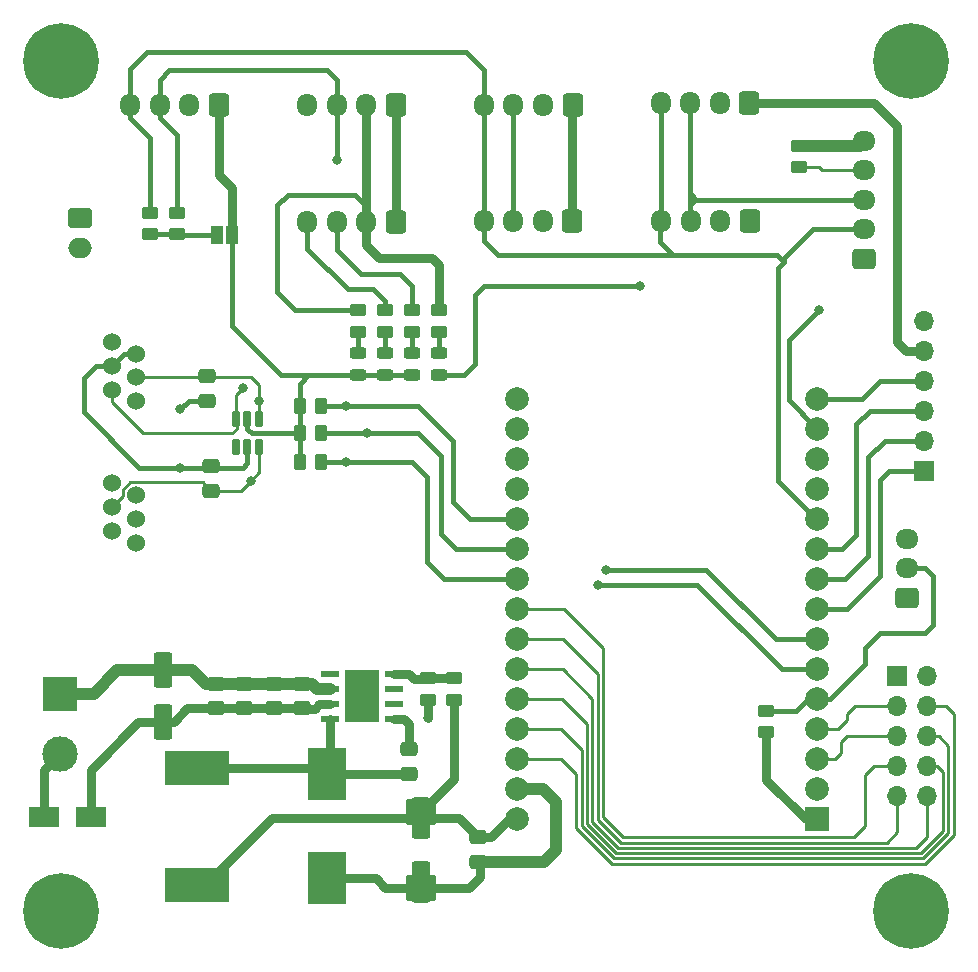
<source format=gbr>
%TF.GenerationSoftware,KiCad,Pcbnew,7.0.7*%
%TF.CreationDate,2023-11-15T18:09:05+01:00*%
%TF.ProjectId,ESP32_Weather_Servizio_Meteo_Sovramontino_v0.2,45535033-325f-4576-9561-746865725f53,rev?*%
%TF.SameCoordinates,Original*%
%TF.FileFunction,Copper,L1,Top*%
%TF.FilePolarity,Positive*%
%FSLAX46Y46*%
G04 Gerber Fmt 4.6, Leading zero omitted, Abs format (unit mm)*
G04 Created by KiCad (PCBNEW 7.0.7) date 2023-11-15 18:09:05*
%MOMM*%
%LPD*%
G01*
G04 APERTURE LIST*
G04 Aperture macros list*
%AMRoundRect*
0 Rectangle with rounded corners*
0 $1 Rounding radius*
0 $2 $3 $4 $5 $6 $7 $8 $9 X,Y pos of 4 corners*
0 Add a 4 corners polygon primitive as box body*
4,1,4,$2,$3,$4,$5,$6,$7,$8,$9,$2,$3,0*
0 Add four circle primitives for the rounded corners*
1,1,$1+$1,$2,$3*
1,1,$1+$1,$4,$5*
1,1,$1+$1,$6,$7*
1,1,$1+$1,$8,$9*
0 Add four rect primitives between the rounded corners*
20,1,$1+$1,$2,$3,$4,$5,0*
20,1,$1+$1,$4,$5,$6,$7,0*
20,1,$1+$1,$6,$7,$8,$9,0*
20,1,$1+$1,$8,$9,$2,$3,0*%
G04 Aperture macros list end*
%TA.AperFunction,ComponentPad*%
%ADD10RoundRect,0.250000X0.600000X0.725000X-0.600000X0.725000X-0.600000X-0.725000X0.600000X-0.725000X0*%
%TD*%
%TA.AperFunction,ComponentPad*%
%ADD11O,1.700000X1.950000*%
%TD*%
%TA.AperFunction,ComponentPad*%
%ADD12C,1.524000*%
%TD*%
%TA.AperFunction,SMDPad,CuDef*%
%ADD13R,3.300000X4.500000*%
%TD*%
%TA.AperFunction,SMDPad,CuDef*%
%ADD14RoundRect,0.250000X-0.450000X0.262500X-0.450000X-0.262500X0.450000X-0.262500X0.450000X0.262500X0*%
%TD*%
%TA.AperFunction,SMDPad,CuDef*%
%ADD15RoundRect,0.250000X0.475000X-0.337500X0.475000X0.337500X-0.475000X0.337500X-0.475000X-0.337500X0*%
%TD*%
%TA.AperFunction,ComponentPad*%
%ADD16C,0.800000*%
%TD*%
%TA.AperFunction,ComponentPad*%
%ADD17C,6.400000*%
%TD*%
%TA.AperFunction,SMDPad,CuDef*%
%ADD18RoundRect,0.250000X0.450000X-0.262500X0.450000X0.262500X-0.450000X0.262500X-0.450000X-0.262500X0*%
%TD*%
%TA.AperFunction,SMDPad,CuDef*%
%ADD19RoundRect,0.243750X-0.456250X0.243750X-0.456250X-0.243750X0.456250X-0.243750X0.456250X0.243750X0*%
%TD*%
%TA.AperFunction,ComponentPad*%
%ADD20RoundRect,0.250000X-0.750000X0.600000X-0.750000X-0.600000X0.750000X-0.600000X0.750000X0.600000X0*%
%TD*%
%TA.AperFunction,ComponentPad*%
%ADD21O,2.000000X1.700000*%
%TD*%
%TA.AperFunction,SMDPad,CuDef*%
%ADD22RoundRect,0.250000X0.262500X0.450000X-0.262500X0.450000X-0.262500X-0.450000X0.262500X-0.450000X0*%
%TD*%
%TA.AperFunction,SMDPad,CuDef*%
%ADD23R,1.550000X0.600000*%
%TD*%
%TA.AperFunction,SMDPad,CuDef*%
%ADD24R,2.600000X3.100000*%
%TD*%
%TA.AperFunction,SMDPad,CuDef*%
%ADD25R,2.950000X4.500000*%
%TD*%
%TA.AperFunction,ComponentPad*%
%ADD26C,0.600000*%
%TD*%
%TA.AperFunction,SMDPad,CuDef*%
%ADD27RoundRect,0.250000X-1.025000X0.875000X-1.025000X-0.875000X1.025000X-0.875000X1.025000X0.875000X0*%
%TD*%
%TA.AperFunction,SMDPad,CuDef*%
%ADD28RoundRect,0.250000X-0.475000X0.337500X-0.475000X-0.337500X0.475000X-0.337500X0.475000X0.337500X0*%
%TD*%
%TA.AperFunction,ComponentPad*%
%ADD29R,3.000000X3.000000*%
%TD*%
%TA.AperFunction,ComponentPad*%
%ADD30C,3.000000*%
%TD*%
%TA.AperFunction,SMDPad,CuDef*%
%ADD31RoundRect,0.250000X-0.262500X-0.450000X0.262500X-0.450000X0.262500X0.450000X-0.262500X0.450000X0*%
%TD*%
%TA.AperFunction,SMDPad,CuDef*%
%ADD32R,5.400000X2.900000*%
%TD*%
%TA.AperFunction,ComponentPad*%
%ADD33R,2.000000X2.000000*%
%TD*%
%TA.AperFunction,ComponentPad*%
%ADD34C,2.000000*%
%TD*%
%TA.AperFunction,ComponentPad*%
%ADD35RoundRect,0.250000X0.725000X-0.600000X0.725000X0.600000X-0.725000X0.600000X-0.725000X-0.600000X0*%
%TD*%
%TA.AperFunction,ComponentPad*%
%ADD36O,1.950000X1.700000*%
%TD*%
%TA.AperFunction,SMDPad,CuDef*%
%ADD37R,2.500000X1.800000*%
%TD*%
%TA.AperFunction,SMDPad,CuDef*%
%ADD38RoundRect,0.042000X0.258000X-0.633000X0.258000X0.633000X-0.258000X0.633000X-0.258000X-0.633000X0*%
%TD*%
%TA.AperFunction,SMDPad,CuDef*%
%ADD39RoundRect,0.250000X0.550000X-1.250000X0.550000X1.250000X-0.550000X1.250000X-0.550000X-1.250000X0*%
%TD*%
%TA.AperFunction,ComponentPad*%
%ADD40R,1.700000X1.700000*%
%TD*%
%TA.AperFunction,ComponentPad*%
%ADD41O,1.700000X1.700000*%
%TD*%
%TA.AperFunction,SMDPad,CuDef*%
%ADD42RoundRect,0.250000X-0.550000X1.500000X-0.550000X-1.500000X0.550000X-1.500000X0.550000X1.500000X0*%
%TD*%
%TA.AperFunction,SMDPad,CuDef*%
%ADD43R,1.000000X1.500000*%
%TD*%
%TA.AperFunction,ViaPad*%
%ADD44C,0.800000*%
%TD*%
%TA.AperFunction,Conductor*%
%ADD45C,0.400000*%
%TD*%
%TA.AperFunction,Conductor*%
%ADD46C,0.800000*%
%TD*%
%TA.AperFunction,Conductor*%
%ADD47C,1.000000*%
%TD*%
%TA.AperFunction,Conductor*%
%ADD48C,0.250000*%
%TD*%
G04 APERTURE END LIST*
D10*
%TO.P,J14,1,Pin_1*%
%TO.N,+3.3V*%
X175056800Y-38404800D03*
D11*
%TO.P,J14,2,Pin_2*%
%TO.N,GND*%
X172556800Y-38404800D03*
%TO.P,J14,3,Pin_3*%
%TO.N,SCL*%
X170056800Y-38404800D03*
%TO.P,J14,4,Pin_4*%
%TO.N,SDA*%
X167556800Y-38404800D03*
%TD*%
D12*
%TO.P,U2,1,1*%
%TO.N,unconnected-(U2-Pad1)*%
X136061800Y-48613700D03*
%TO.P,U2,2,2*%
%TO.N,GND*%
X138091800Y-49633700D03*
%TO.P,U2,3,3*%
X136061800Y-50653700D03*
%TO.P,U2,4,4*%
%TO.N,Wind_Speed*%
X138091800Y-51633700D03*
%TO.P,U2,5,5*%
%TO.N,Wind_Dir*%
X136061800Y-52693700D03*
%TO.P,U2,6,6*%
%TO.N,unconnected-(U2-Pad6)*%
X138091800Y-53673700D03*
%TO.P,U2,7,7*%
%TO.N,unconnected-(U2-Pad7)*%
X138097800Y-65651700D03*
%TO.P,U2,8,8*%
%TO.N,unconnected-(U2-Pad8)*%
X136067800Y-64671700D03*
%TO.P,U2,9,9*%
%TO.N,GND*%
X138097800Y-63611700D03*
%TO.P,U2,10,10*%
%TO.N,Rain*%
X136067800Y-62631700D03*
%TO.P,U2,11,11*%
%TO.N,unconnected-(U2-Pad11)*%
X138097800Y-61611700D03*
%TO.P,U2,12,12*%
%TO.N,unconnected-(U2-Pad12)*%
X136067800Y-60591700D03*
%TD*%
D10*
%TO.P,J13,1,Pin_1*%
%TO.N,+5V*%
X190081000Y-38421800D03*
D11*
%TO.P,J13,2,Pin_2*%
%TO.N,GND*%
X187581000Y-38421800D03*
%TO.P,J13,3,Pin_3*%
%TO.N,SCL*%
X185081000Y-38421800D03*
%TO.P,J13,4,Pin_4*%
%TO.N,SDA*%
X182581000Y-38421800D03*
%TD*%
D10*
%TO.P,J11,1,Pin_1*%
%TO.N,+3.3V*%
X145126400Y-28570800D03*
D11*
%TO.P,J11,2,Pin_2*%
%TO.N,GND*%
X142626400Y-28570800D03*
%TO.P,J11,3,Pin_3*%
%TO.N,SCL*%
X140126400Y-28570800D03*
%TO.P,J11,4,Pin_4*%
%TO.N,SDA*%
X137626400Y-28570800D03*
%TD*%
D13*
%TO.P,D1,1,K*%
%TO.N,Net-(C8-Pad2)*%
X154256000Y-85262000D03*
%TO.P,D1,2,A*%
%TO.N,GND*%
X154256000Y-94062000D03*
%TD*%
D14*
%TO.P,R10,1*%
%TO.N,RX2*%
X159220000Y-45945500D03*
%TO.P,R10,2*%
%TO.N,Net-(D3-Pad1)*%
X159220000Y-47770500D03*
%TD*%
D15*
%TO.P,C1,1*%
%TO.N,GND*%
X144107000Y-53610500D03*
%TO.P,C1,2*%
%TO.N,Wind_Speed*%
X144107000Y-51535500D03*
%TD*%
D14*
%TO.P,R9,1*%
%TO.N,GND*%
X194272000Y-32027500D03*
%TO.P,R9,2*%
%TO.N,Net-(J12-Pad4)*%
X194272000Y-33852500D03*
%TD*%
D16*
%TO.P,H4,1*%
%TO.N,N/C*%
X131772000Y-99233000D03*
X133469056Y-95135944D03*
X133469056Y-98530056D03*
D17*
X131772000Y-96833000D03*
D16*
X131772000Y-94433000D03*
X129372000Y-96833000D03*
X130074944Y-95135944D03*
X130074944Y-98530056D03*
X134172000Y-96833000D03*
%TD*%
D15*
%TO.P,C3,1*%
%TO.N,VCC*%
X152146000Y-79675900D03*
%TO.P,C3,2*%
%TO.N,GND*%
X152146000Y-77600900D03*
%TD*%
D18*
%TO.P,R5,1*%
%TO.N,Net-(JP1-Pad1)*%
X139281000Y-39515500D03*
%TO.P,R5,2*%
%TO.N,SDA*%
X139281000Y-37690500D03*
%TD*%
D16*
%TO.P,H1,1*%
%TO.N,N/C*%
X202074944Y-23135944D03*
D17*
X203772000Y-24833000D03*
D16*
X205469056Y-26530056D03*
X205469056Y-23135944D03*
X202074944Y-26530056D03*
X203772000Y-22433000D03*
X203772000Y-27233000D03*
X206172000Y-24833000D03*
X201372000Y-24833000D03*
%TD*%
D19*
%TO.P,D6,1,K*%
%TO.N,Net-(D6-Pad1)*%
X156934000Y-49603500D03*
%TO.P,D6,2,A*%
%TO.N,+3.3V*%
X156934000Y-51478500D03*
%TD*%
D18*
%TO.P,R4,1*%
%TO.N,Net-(JP1-Pad1)*%
X141567000Y-39515500D03*
%TO.P,R4,2*%
%TO.N,SCL*%
X141567000Y-37690500D03*
%TD*%
D10*
%TO.P,J8,1,Pin_1*%
%TO.N,+3.3V*%
X175070666Y-28570800D03*
D11*
%TO.P,J8,2,Pin_2*%
%TO.N,GND*%
X172570666Y-28570800D03*
%TO.P,J8,3,Pin_3*%
%TO.N,SCL*%
X170070666Y-28570800D03*
%TO.P,J8,4,Pin_4*%
%TO.N,SDA*%
X167570666Y-28570800D03*
%TD*%
D20*
%TO.P,J2,1,Pin_1*%
%TO.N,GND*%
X133367000Y-38170800D03*
D21*
%TO.P,J2,2,Pin_2*%
%TO.N,Net-(J2-Pad2)*%
X133367000Y-40670800D03*
%TD*%
D22*
%TO.P,R3,1*%
%TO.N,Rain*%
X153782500Y-56383000D03*
%TO.P,R3,2*%
%TO.N,+3.3V*%
X151957500Y-56383000D03*
%TD*%
D23*
%TO.P,U3,1,BOOT*%
%TO.N,Net-(C8-Pad1)*%
X159956000Y-80567000D03*
%TO.P,U3,2,NC*%
%TO.N,unconnected-(U3-Pad2)*%
X159956000Y-79297000D03*
%TO.P,U3,3,NC*%
%TO.N,unconnected-(U3-Pad3)*%
X159956000Y-78027000D03*
%TO.P,U3,4,VSENSE*%
%TO.N,Net-(R7-Pad2)*%
X159956000Y-76757000D03*
%TO.P,U3,5,EN*%
%TO.N,unconnected-(U3-Pad5)*%
X154556000Y-76757000D03*
%TO.P,U3,6,GND*%
%TO.N,GND*%
X154556000Y-78027000D03*
%TO.P,U3,7,VIN*%
%TO.N,VCC*%
X154556000Y-79297000D03*
%TO.P,U3,8,PH*%
%TO.N,Net-(C8-Pad2)*%
X154556000Y-80567000D03*
D24*
%TO.P,U3,9,GNDPAD*%
%TO.N,GND*%
X157256000Y-78662000D03*
D25*
X157256000Y-78662000D03*
D26*
X157856000Y-79262000D03*
X157856000Y-80462000D03*
X156656000Y-80462000D03*
X156656000Y-79262000D03*
X156656000Y-76862000D03*
X157856000Y-77962000D03*
X156656000Y-77962000D03*
X157856000Y-76862000D03*
%TD*%
D16*
%TO.P,H3,1*%
%TO.N,N/C*%
X202074944Y-95135944D03*
X201372000Y-96833000D03*
X206172000Y-96833000D03*
X203772000Y-94433000D03*
X203772000Y-99233000D03*
D17*
X203772000Y-96833000D03*
D16*
X205469056Y-98530056D03*
X205469056Y-95135944D03*
X202074944Y-98530056D03*
%TD*%
D27*
%TO.P,C9,1*%
%TO.N,+5V*%
X162256000Y-88462000D03*
%TO.P,C9,2*%
%TO.N,GND*%
X162256000Y-94862000D03*
%TD*%
D15*
%TO.P,C5,1*%
%TO.N,VCC*%
X147282000Y-79675900D03*
%TO.P,C5,2*%
%TO.N,GND*%
X147282000Y-77600900D03*
%TD*%
D28*
%TO.P,C8,1*%
%TO.N,Net-(C8-Pad1)*%
X161256000Y-83146200D03*
%TO.P,C8,2*%
%TO.N,Net-(C8-Pad2)*%
X161256000Y-85221200D03*
%TD*%
D22*
%TO.P,R2,1*%
%TO.N,Wind_Dir*%
X153782500Y-54097000D03*
%TO.P,R2,2*%
%TO.N,+3.3V*%
X151957500Y-54097000D03*
%TD*%
D29*
%TO.P,J1,1,Pin_1*%
%TO.N,GND*%
X131673600Y-78435200D03*
D30*
%TO.P,J1,2,Pin_2*%
%TO.N,Net-(J1-Pad2)*%
X131673600Y-83515200D03*
%TD*%
D31*
%TO.P,R1,1*%
%TO.N,+3.3V*%
X151957500Y-58796000D03*
%TO.P,R1,2*%
%TO.N,Wind_Speed*%
X153782500Y-58796000D03*
%TD*%
D32*
%TO.P,L1,1,1*%
%TO.N,Net-(C8-Pad2)*%
X143256000Y-84712000D03*
%TO.P,L1,2,2*%
%TO.N,+5V*%
X143256000Y-94612000D03*
%TD*%
D33*
%TO.P,U1,1,3V3*%
%TO.N,+3.3V*%
X195796000Y-89043000D03*
D34*
%TO.P,U1,2,GND*%
%TO.N,GND*%
X195796000Y-86503000D03*
%TO.P,U1,3,D15*%
%TO.N,GPIO_Out_2*%
X195796000Y-83963000D03*
%TO.P,U1,4,D2*%
%TO.N,GPIO_Out_1*%
X195796000Y-81423000D03*
%TO.P,U1,5,D4*%
%TO.N,DS18B20*%
X195796000Y-78883000D03*
%TO.P,U1,6,RX2*%
%TO.N,RX2*%
X195796000Y-76343000D03*
%TO.P,U1,7,TX2*%
%TO.N,TX2*%
X195796000Y-73803000D03*
%TO.P,U1,8,D5*%
%TO.N,CS*%
X195796000Y-71263000D03*
%TO.P,U1,9,D18*%
%TO.N,SCK*%
X195796000Y-68723000D03*
%TO.P,U1,10,D19*%
%TO.N,MISO*%
X195796000Y-66183000D03*
%TO.P,U1,11,D21*%
%TO.N,SDA*%
X195796000Y-63643000D03*
%TO.P,U1,12,RX0*%
%TO.N,unconnected-(U1-Pad12)*%
X195796000Y-61103000D03*
%TO.P,U1,13,TX0*%
%TO.N,unconnected-(U1-Pad13)*%
X195796000Y-58563000D03*
%TO.P,U1,14,D22*%
%TO.N,SCL*%
X195796000Y-56023000D03*
%TO.P,U1,15,D23*%
%TO.N,MOSI*%
X195796000Y-53483000D03*
%TO.P,U1,16,EN*%
%TO.N,Net-(J2-Pad2)*%
X170396000Y-53483000D03*
%TO.P,U1,17,VP*%
%TO.N,unconnected-(U1-Pad17)*%
X170396000Y-56023000D03*
%TO.P,U1,18,VN*%
%TO.N,unconnected-(U1-Pad18)*%
X170396000Y-58563000D03*
%TO.P,U1,19,D34*%
%TO.N,unconnected-(U1-Pad19)*%
X170396000Y-61103000D03*
%TO.P,U1,20,D35*%
%TO.N,Wind_Dir*%
X170396000Y-63643000D03*
%TO.P,U1,21,D32*%
%TO.N,Rain*%
X170396000Y-66183000D03*
%TO.P,U1,22,D33*%
%TO.N,Wind_Speed*%
X170396000Y-68723000D03*
%TO.P,U1,23,D25*%
%TO.N,GPIO_Out_8*%
X170396000Y-71263000D03*
%TO.P,U1,24,D26*%
%TO.N,GPIO_Out_7*%
X170396000Y-73803000D03*
%TO.P,U1,25,D27*%
%TO.N,GPIO_Out_6*%
X170396000Y-76343000D03*
%TO.P,U1,26,D14*%
%TO.N,GPIO_Out_5*%
X170396000Y-78883000D03*
%TO.P,U1,27,D12*%
%TO.N,GPIO_Out_4*%
X170396000Y-81423000D03*
%TO.P,U1,28,D13*%
%TO.N,GPIO_Out_3*%
X170396000Y-83963000D03*
%TO.P,U1,29,GND*%
%TO.N,GND*%
X170396000Y-86503000D03*
%TO.P,U1,30,VIN*%
%TO.N,+5V*%
X170396000Y-89043000D03*
%TD*%
D35*
%TO.P,J12,1,Pin_1*%
%TO.N,+5V*%
X199775200Y-41626800D03*
D36*
%TO.P,J12,2,Pin_2*%
%TO.N,SDA*%
X199775200Y-39126800D03*
%TO.P,J12,3,Pin_3*%
%TO.N,SCL*%
X199775200Y-36626800D03*
%TO.P,J12,4,Pin_4*%
%TO.N,Net-(J12-Pad4)*%
X199775200Y-34126800D03*
%TO.P,J12,5,Pin_5*%
%TO.N,GND*%
X199775200Y-31626800D03*
%TD*%
D18*
%TO.P,R7,1*%
%TO.N,+5V*%
X165062000Y-78941300D03*
%TO.P,R7,2*%
%TO.N,Net-(R7-Pad2)*%
X165062000Y-77116300D03*
%TD*%
D37*
%TO.P,D7,1,K*%
%TO.N,VCC*%
X134296000Y-88895000D03*
%TO.P,D7,2,A*%
%TO.N,Net-(J1-Pad2)*%
X130296000Y-88895000D03*
%TD*%
D10*
%TO.P,J9,1,Pin_1*%
%TO.N,+3.3V*%
X190042800Y-28448000D03*
D11*
%TO.P,J9,2,Pin_2*%
%TO.N,GND*%
X187542800Y-28448000D03*
%TO.P,J9,3,Pin_3*%
%TO.N,SCL*%
X185042800Y-28448000D03*
%TO.P,J9,4,Pin_4*%
%TO.N,SDA*%
X182542800Y-28448000D03*
%TD*%
D38*
%TO.P,D2,1*%
%TO.N,unconnected-(D2-Pad1)*%
X146586000Y-57568000D03*
%TO.P,D2,2*%
%TO.N,GND*%
X147536000Y-57568000D03*
%TO.P,D2,3*%
%TO.N,Rain*%
X148486000Y-57568000D03*
%TO.P,D2,4*%
%TO.N,Wind_Speed*%
X148486000Y-55198000D03*
%TO.P,D2,5*%
%TO.N,+3.3V*%
X147536000Y-55198000D03*
%TO.P,D2,6*%
%TO.N,Wind_Dir*%
X146586000Y-55198000D03*
%TD*%
D14*
%TO.P,R12,1*%
%TO.N,GND*%
X163771000Y-45945500D03*
%TO.P,R12,2*%
%TO.N,Net-(D5-Pad1)*%
X163771000Y-47770500D03*
%TD*%
%TO.P,R11,1*%
%TO.N,TX2*%
X161506000Y-45945500D03*
%TO.P,R11,2*%
%TO.N,Net-(D4-Pad1)*%
X161506000Y-47770500D03*
%TD*%
D15*
%TO.P,C6,1*%
%TO.N,Rain*%
X144488000Y-61230500D03*
%TO.P,C6,2*%
%TO.N,GND*%
X144488000Y-59155500D03*
%TD*%
D28*
%TO.P,C11,1*%
%TO.N,+5V*%
X167094000Y-90588500D03*
%TO.P,C11,2*%
%TO.N,GND*%
X167094000Y-92663500D03*
%TD*%
D39*
%TO.P,C2,1*%
%TO.N,VCC*%
X140424000Y-80838400D03*
%TO.P,C2,2*%
%TO.N,GND*%
X140424000Y-76438400D03*
%TD*%
D15*
%TO.P,C4,1*%
%TO.N,VCC*%
X149822000Y-79675900D03*
%TO.P,C4,2*%
%TO.N,GND*%
X149822000Y-77600900D03*
%TD*%
D40*
%TO.P,J3,1,Pin_1*%
%TO.N,+3.3V*%
X202527000Y-76957000D03*
D41*
%TO.P,J3,2,Pin_2*%
%TO.N,GND*%
X205067000Y-76957000D03*
%TO.P,J3,3,Pin_3*%
%TO.N,GPIO_Out_1*%
X202527000Y-79497000D03*
%TO.P,J3,4,Pin_4*%
%TO.N,GPIO_Out_3*%
X205067000Y-79497000D03*
%TO.P,J3,5,Pin_5*%
%TO.N,GPIO_Out_2*%
X202527000Y-82037000D03*
%TO.P,J3,6,Pin_6*%
%TO.N,GPIO_Out_4*%
X205067000Y-82037000D03*
%TO.P,J3,7,Pin_7*%
%TO.N,GPIO_Out_8*%
X202527000Y-84577000D03*
%TO.P,J3,8,Pin_8*%
%TO.N,GPIO_Out_5*%
X205067000Y-84577000D03*
%TO.P,J3,9,Pin_9*%
%TO.N,GPIO_Out_7*%
X202527000Y-87117000D03*
%TO.P,J3,10,Pin_10*%
%TO.N,GPIO_Out_6*%
X205067000Y-87117000D03*
%TD*%
D14*
%TO.P,R13,1*%
%TO.N,GND*%
X156934000Y-45945500D03*
%TO.P,R13,2*%
%TO.N,Net-(D6-Pad1)*%
X156934000Y-47770500D03*
%TD*%
D35*
%TO.P,J5,1,Pin_1*%
%TO.N,+3.3V*%
X203399000Y-70313000D03*
D36*
%TO.P,J5,2,Pin_2*%
%TO.N,DS18B20*%
X203399000Y-67813000D03*
%TO.P,J5,3,Pin_3*%
%TO.N,GND*%
X203399000Y-65313000D03*
%TD*%
D14*
%TO.P,R8,1*%
%TO.N,Net-(R7-Pad2)*%
X162814000Y-77116300D03*
%TO.P,R8,2*%
%TO.N,GND*%
X162814000Y-78941300D03*
%TD*%
D40*
%TO.P,J10,1,Pin_1*%
%TO.N,CS*%
X204813000Y-59558000D03*
D41*
%TO.P,J10,2,Pin_2*%
%TO.N,SCK*%
X204813000Y-57018000D03*
%TO.P,J10,3,Pin_3*%
%TO.N,MISO*%
X204813000Y-54478000D03*
%TO.P,J10,4,Pin_4*%
%TO.N,MOSI*%
X204813000Y-51938000D03*
%TO.P,J10,5,Pin_5*%
%TO.N,+3.3V*%
X204813000Y-49398000D03*
%TO.P,J10,6,Pin_6*%
%TO.N,GND*%
X204813000Y-46858000D03*
%TD*%
D42*
%TO.P,C10,1*%
%TO.N,+5V*%
X162256000Y-88962000D03*
%TO.P,C10,2*%
%TO.N,GND*%
X162256000Y-94362000D03*
%TD*%
D10*
%TO.P,J7,1,Pin_1*%
%TO.N,+3.3V*%
X160109000Y-28570000D03*
D11*
%TO.P,J7,2,Pin_2*%
%TO.N,GND*%
X157609000Y-28570000D03*
%TO.P,J7,3,Pin_3*%
%TO.N,SCL*%
X155109000Y-28570000D03*
%TO.P,J7,4,Pin_4*%
%TO.N,SDA*%
X152609000Y-28570000D03*
%TD*%
D16*
%TO.P,H2,1*%
%TO.N,N/C*%
X131772000Y-27233000D03*
D17*
X131772000Y-24833000D03*
D16*
X134172000Y-24833000D03*
X130074944Y-23135944D03*
X133469056Y-23135944D03*
X130074944Y-26530056D03*
X133469056Y-26530056D03*
X131772000Y-22433000D03*
X129372000Y-24833000D03*
%TD*%
D43*
%TO.P,JP1,1,A*%
%TO.N,Net-(JP1-Pad1)*%
X144930200Y-39568200D03*
%TO.P,JP1,2,B*%
%TO.N,+3.3V*%
X146230200Y-39568200D03*
%TD*%
D19*
%TO.P,D5,1,K*%
%TO.N,Net-(D5-Pad1)*%
X163792000Y-49603500D03*
%TO.P,D5,2,A*%
%TO.N,+5V*%
X163792000Y-51478500D03*
%TD*%
D10*
%TO.P,J4,1,Pin_1*%
%TO.N,+3.3V*%
X160109000Y-38476000D03*
D11*
%TO.P,J4,2,Pin_2*%
%TO.N,GND*%
X157609000Y-38476000D03*
%TO.P,J4,3,Pin_3*%
%TO.N,TX2*%
X155109000Y-38476000D03*
%TO.P,J4,4,Pin_4*%
%TO.N,RX2*%
X152609000Y-38476000D03*
%TD*%
D19*
%TO.P,D3,1,K*%
%TO.N,Net-(D3-Pad1)*%
X159220000Y-49603500D03*
%TO.P,D3,2,A*%
%TO.N,+3.3V*%
X159220000Y-51478500D03*
%TD*%
D15*
%TO.P,C7,1*%
%TO.N,VCC*%
X144869000Y-79675900D03*
%TO.P,C7,2*%
%TO.N,GND*%
X144869000Y-77600900D03*
%TD*%
D19*
%TO.P,D4,1,K*%
%TO.N,Net-(D4-Pad1)*%
X161506000Y-49603500D03*
%TO.P,D4,2,A*%
%TO.N,+3.3V*%
X161506000Y-51478500D03*
%TD*%
D18*
%TO.P,R6,1*%
%TO.N,+3.3V*%
X191478000Y-81679500D03*
%TO.P,R6,2*%
%TO.N,DS18B20*%
X191478000Y-79854500D03*
%TD*%
D44*
%TO.N,GND*%
X162816054Y-80484980D03*
X141821000Y-54351000D03*
X141821000Y-59304000D03*
%TO.N,Wind_Speed*%
X155918000Y-58796000D03*
X148486000Y-53655000D03*
%TO.N,Rain*%
X157696000Y-56383000D03*
X147853500Y-60383500D03*
%TO.N,+5V*%
X180810000Y-43937000D03*
%TO.N,Wind_Dir*%
X155918000Y-54097000D03*
X147155000Y-52573000D03*
%TO.N,SCL*%
X155156000Y-33269000D03*
X195923000Y-45969000D03*
%TO.N,RX2*%
X177254000Y-69210000D03*
%TO.N,TX2*%
X177889000Y-67940000D03*
%TD*%
D45*
%TO.N,GND*%
X156910500Y-45969000D02*
X156934000Y-45945500D01*
X136061800Y-50653700D02*
X134723300Y-50653700D01*
D46*
X166334000Y-94862000D02*
X167221000Y-93975000D01*
D47*
X172682000Y-92705000D02*
X173698000Y-91689000D01*
D45*
X133693000Y-51684000D02*
X133693000Y-54605000D01*
D47*
X136545600Y-76438400D02*
X142855500Y-76438400D01*
X142855500Y-76438400D02*
X144018000Y-77600900D01*
D46*
X163771000Y-42138000D02*
X163771000Y-45945500D01*
D47*
X153052900Y-77600900D02*
X153479000Y-78027000D01*
X152146000Y-77600900D02*
X153052900Y-77600900D01*
D46*
X162816054Y-80484980D02*
X162814000Y-80482926D01*
X157609000Y-38476000D02*
X157609000Y-40421000D01*
D45*
X147536000Y-58923000D02*
X147536000Y-57568000D01*
D46*
X158418000Y-94062000D02*
X159220000Y-94864000D01*
D45*
X138091800Y-49633700D02*
X137081800Y-49633700D01*
X156680000Y-36190000D02*
X150965000Y-36190000D01*
X138392000Y-59304000D02*
X141821000Y-59304000D01*
D46*
X154256000Y-94062000D02*
X158418000Y-94062000D01*
D45*
X150076000Y-44445000D02*
X151600000Y-45969000D01*
X150965000Y-36190000D02*
X150076000Y-37079000D01*
X137081800Y-49633700D02*
X136061800Y-50653700D01*
X147155000Y-59304000D02*
X147536000Y-58923000D01*
D47*
X173698000Y-91689000D02*
X173698000Y-87625000D01*
X146727333Y-77600900D02*
X149436666Y-77600900D01*
D45*
X141821000Y-59304000D02*
X147155000Y-59304000D01*
D47*
X199775200Y-31626800D02*
X199374500Y-32027500D01*
D46*
X163157000Y-41524000D02*
X163771000Y-42138000D01*
D47*
X153479000Y-78027000D02*
X154556000Y-78027000D01*
D45*
X142561500Y-53610500D02*
X141821000Y-54351000D01*
D46*
X162127000Y-94991000D02*
X162256000Y-94862000D01*
X167221000Y-93975000D02*
X167221000Y-92790500D01*
X162814000Y-80482926D02*
X162814000Y-78941300D01*
D47*
X167094000Y-92663500D02*
X167135500Y-92705000D01*
X131673600Y-78435200D02*
X134548800Y-78435200D01*
D46*
X157609000Y-40421000D02*
X158712000Y-41524000D01*
X162256000Y-94862000D02*
X166334000Y-94862000D01*
D47*
X199374500Y-32027500D02*
X194272000Y-32027500D01*
D48*
X144089900Y-77529000D02*
X144018000Y-77600900D01*
D46*
X157609000Y-38476000D02*
X157609000Y-37119000D01*
D48*
X153860000Y-78027000D02*
X154556000Y-78027000D01*
D47*
X172576000Y-86503000D02*
X170396000Y-86503000D01*
X167135500Y-92705000D02*
X172682000Y-92705000D01*
D46*
X158712000Y-41524000D02*
X163157000Y-41524000D01*
D47*
X152146000Y-77600900D02*
X149436666Y-77600900D01*
D45*
X150076000Y-37079000D02*
X150076000Y-44445000D01*
X151600000Y-45969000D02*
X156910500Y-45969000D01*
D47*
X173698000Y-87625000D02*
X172576000Y-86503000D01*
D45*
X144107000Y-53610500D02*
X142561500Y-53610500D01*
D46*
X157609000Y-38476000D02*
X157609000Y-28570000D01*
D47*
X146727333Y-77600900D02*
X144018000Y-77600900D01*
D46*
X167221000Y-92790500D02*
X167135500Y-92705000D01*
D45*
X134723300Y-50653700D02*
X133693000Y-51684000D01*
D47*
X134548800Y-78435200D02*
X136545600Y-76438400D01*
D46*
X159220000Y-94864000D02*
X162127000Y-94864000D01*
D45*
X133693000Y-54605000D02*
X138392000Y-59304000D01*
X157609000Y-37119000D02*
X156680000Y-36190000D01*
%TO.N,Wind_Speed*%
X162776000Y-60066000D02*
X162776000Y-67305000D01*
D48*
X148486000Y-53655000D02*
X148486000Y-52253000D01*
X148486000Y-52253000D02*
X147866700Y-51633700D01*
X147866700Y-51633700D02*
X138091800Y-51633700D01*
D45*
X155918000Y-58796000D02*
X161506000Y-58796000D01*
X164194000Y-68723000D02*
X170396000Y-68723000D01*
X153782500Y-58796000D02*
X155918000Y-58796000D01*
D48*
X148486000Y-55198000D02*
X148486000Y-53655000D01*
D45*
X162776000Y-67305000D02*
X164194000Y-68723000D01*
X161506000Y-58796000D02*
X162776000Y-60066000D01*
D46*
%TO.N,VCC*%
X134296000Y-84863000D02*
X138320600Y-80838400D01*
X152158100Y-79688000D02*
X152146000Y-79675900D01*
X142452100Y-79675900D02*
X152146000Y-79675900D01*
X141289600Y-80838400D02*
X142452100Y-79675900D01*
X134296000Y-88895000D02*
X134296000Y-84863000D01*
X153626000Y-79297000D02*
X153235000Y-79688000D01*
X154556000Y-79297000D02*
X153626000Y-79297000D01*
X153235000Y-79688000D02*
X152158100Y-79688000D01*
X138320600Y-80838400D02*
X141289600Y-80838400D01*
D45*
%TO.N,Rain*%
X165210000Y-66183000D02*
X170396000Y-66183000D01*
D48*
X147006500Y-61230500D02*
X144488000Y-61230500D01*
X148486000Y-57568000D02*
X148552000Y-57634000D01*
X147853500Y-60383500D02*
X147006500Y-61230500D01*
D45*
X163919000Y-64892000D02*
X165210000Y-66183000D01*
D48*
X144488000Y-61230500D02*
X143782200Y-60524700D01*
X136995000Y-61177249D02*
X136995000Y-61704500D01*
D45*
X163919000Y-58288000D02*
X163919000Y-64892000D01*
X157696000Y-56383000D02*
X162014000Y-56383000D01*
D48*
X148552000Y-59685000D02*
X147853500Y-60383500D01*
X136995000Y-61704500D02*
X136067800Y-62631700D01*
D45*
X162014000Y-56383000D02*
X163919000Y-58288000D01*
D48*
X137647549Y-60524700D02*
X136995000Y-61177249D01*
X143782200Y-60524700D02*
X137647549Y-60524700D01*
X148552000Y-57634000D02*
X148552000Y-59685000D01*
D45*
X155791000Y-56383000D02*
X157696000Y-56383000D01*
X153782500Y-56383000D02*
X155791000Y-56383000D01*
D46*
%TO.N,Net-(C8-Pad1)*%
X161256000Y-80978000D02*
X160845000Y-80567000D01*
X160845000Y-80567000D02*
X159956000Y-80567000D01*
X161256000Y-83146200D02*
X161256000Y-80978000D01*
%TO.N,Net-(C8-Pad2)*%
X161215200Y-85262000D02*
X161256000Y-85221200D01*
X154556000Y-84962000D02*
X154256000Y-85262000D01*
X153706000Y-84712000D02*
X154256000Y-85262000D01*
X154256000Y-85262000D02*
X161215200Y-85262000D01*
X143256000Y-84712000D02*
X153706000Y-84712000D01*
X154556000Y-80567000D02*
X154556000Y-84962000D01*
%TO.N,+5V*%
X165062000Y-78941300D02*
X165062000Y-85656000D01*
X143256000Y-94612000D02*
X143978000Y-94612000D01*
D45*
X165902500Y-51478500D02*
X166840000Y-50541000D01*
X166840000Y-50541000D02*
X166840000Y-44699000D01*
X163792000Y-51478500D02*
X165902500Y-51478500D01*
D46*
X165467500Y-88962000D02*
X162256000Y-88962000D01*
X162256000Y-88962000D02*
X164756500Y-88962000D01*
X168194500Y-90588500D02*
X167094000Y-90588500D01*
X165062000Y-85656000D02*
X162256000Y-88462000D01*
X169709600Y-89073400D02*
X168194500Y-90588500D01*
X149628000Y-88962000D02*
X162256000Y-88962000D01*
X143978000Y-94612000D02*
X149628000Y-88962000D01*
D45*
X166840000Y-44699000D02*
X167602000Y-43937000D01*
D46*
X167094000Y-90588500D02*
X165467500Y-88962000D01*
D45*
X167602000Y-43937000D02*
X180810000Y-43937000D01*
D46*
%TO.N,+3.3V*%
X202527000Y-30348000D02*
X200627000Y-28448000D01*
D45*
X146230200Y-47330200D02*
X146230200Y-39568200D01*
D46*
X145126400Y-28570800D02*
X145126400Y-34542400D01*
X200627000Y-28448000D02*
X190042800Y-28448000D01*
X146230200Y-35646200D02*
X146230200Y-39568200D01*
D45*
X151957500Y-58796000D02*
X151957500Y-56383000D01*
X151703500Y-56383000D02*
X151957500Y-56129000D01*
D46*
X175056800Y-28584666D02*
X175070666Y-28570800D01*
X204813000Y-49398000D02*
X203289000Y-49398000D01*
D45*
X153299500Y-51478500D02*
X152694500Y-51478500D01*
X150378500Y-51478500D02*
X146230200Y-47330200D01*
X153299500Y-51478500D02*
X150378500Y-51478500D01*
X152694500Y-51478500D02*
X151981000Y-52192000D01*
X147917000Y-56383000D02*
X151703500Y-56383000D01*
X147536000Y-56002000D02*
X147917000Y-56383000D01*
X151981000Y-54073500D02*
X151957500Y-54097000D01*
X151981000Y-52192000D02*
X151981000Y-54073500D01*
D46*
X202527000Y-48636000D02*
X202527000Y-30348000D01*
X203289000Y-49398000D02*
X202527000Y-48636000D01*
D45*
X159220000Y-51478500D02*
X153299500Y-51478500D01*
X159220000Y-51478500D02*
X161506000Y-51478500D01*
D46*
X175056800Y-38404800D02*
X175056800Y-28584666D01*
X160109000Y-28570000D02*
X160109000Y-38476000D01*
X191478000Y-81679500D02*
X191478000Y-85720000D01*
D45*
X147536000Y-55198000D02*
X147536000Y-56002000D01*
X151957500Y-54097000D02*
X151957500Y-56383000D01*
D46*
X145126400Y-34542400D02*
X146230200Y-35646200D01*
X191478000Y-85720000D02*
X194831400Y-89073400D01*
D48*
%TO.N,Wind_Dir*%
X136061800Y-52693700D02*
X136061800Y-53771330D01*
D45*
X164935000Y-62225000D02*
X166383400Y-63673400D01*
D48*
X146647000Y-55259000D02*
X146586000Y-55198000D01*
D45*
X162014000Y-54097000D02*
X164935000Y-57018000D01*
X164935000Y-57018000D02*
X164935000Y-62225000D01*
D48*
X146266000Y-56383000D02*
X146647000Y-56002000D01*
X146586000Y-53142000D02*
X146586000Y-55198000D01*
X146647000Y-56002000D02*
X146647000Y-55259000D01*
D45*
X153782500Y-54097000D02*
X155918000Y-54097000D01*
X155918000Y-54097000D02*
X162014000Y-54097000D01*
D48*
X138673470Y-56383000D02*
X146266000Y-56383000D01*
D45*
X166383400Y-63673400D02*
X170365600Y-63673400D01*
D48*
X147155000Y-52573000D02*
X146586000Y-53142000D01*
X136061800Y-53771330D02*
X138673470Y-56383000D01*
D45*
X170365600Y-63673400D02*
X170396000Y-63643000D01*
D48*
%TO.N,GPIO_Out_4*%
X178580604Y-92382000D02*
X175857000Y-89658396D01*
X175857000Y-89658396D02*
X175857000Y-83180000D01*
X204756396Y-92382000D02*
X178580604Y-92382000D01*
X206903000Y-82857000D02*
X206903000Y-90235396D01*
X205067000Y-82037000D02*
X206083000Y-82037000D01*
X206903000Y-90235396D02*
X204756396Y-92382000D01*
X206083000Y-82037000D02*
X206903000Y-82857000D01*
X174100000Y-81423000D02*
X170396000Y-81423000D01*
X175857000Y-83180000D02*
X174100000Y-81423000D01*
%TO.N,GPIO_Out_3*%
X204942792Y-92832000D02*
X178394208Y-92832000D01*
X206718000Y-79497000D02*
X207353000Y-80132000D01*
X207353000Y-80132000D02*
X207353000Y-90421792D01*
X174100000Y-83963000D02*
X170396000Y-83963000D01*
X175349000Y-85212000D02*
X174100000Y-83963000D01*
X207353000Y-90421792D02*
X204942792Y-92832000D01*
X175349000Y-89786792D02*
X175349000Y-85212000D01*
X178394208Y-92832000D02*
X175349000Y-89786792D01*
X205067000Y-79497000D02*
X206718000Y-79497000D01*
%TO.N,GPIO_Out_2*%
X197828000Y-82545000D02*
X198336000Y-82037000D01*
X197299000Y-83963000D02*
X197828000Y-83434000D01*
X195796000Y-83963000D02*
X197299000Y-83963000D01*
X197828000Y-83434000D02*
X197828000Y-82545000D01*
X198336000Y-82037000D02*
X202527000Y-82037000D01*
%TO.N,GPIO_Out_1*%
X198336000Y-80132000D02*
X198971000Y-79497000D01*
X198336000Y-80640000D02*
X198336000Y-80132000D01*
X198971000Y-79497000D02*
X202527000Y-79497000D01*
X197553000Y-81423000D02*
X198336000Y-80640000D01*
X195796000Y-81423000D02*
X197553000Y-81423000D01*
D45*
%TO.N,DS18B20*%
X199860000Y-75941000D02*
X196887600Y-78913400D01*
X203399000Y-67813000D02*
X204940000Y-67813000D01*
X194982600Y-78913400D02*
X194018000Y-79878000D01*
X194018000Y-79878000D02*
X191501500Y-79878000D01*
X199860000Y-74544000D02*
X199860000Y-75941000D01*
X201130000Y-73274000D02*
X199860000Y-74544000D01*
X196887600Y-78913400D02*
X194982600Y-78913400D01*
X205575000Y-72639000D02*
X204940000Y-73274000D01*
X204940000Y-67813000D02*
X205575000Y-68448000D01*
X204940000Y-73274000D02*
X201130000Y-73274000D01*
X191501500Y-79878000D02*
X191478000Y-79854500D01*
X205575000Y-68448000D02*
X205575000Y-72639000D01*
%TO.N,SCL*%
X155109000Y-28570000D02*
X155109000Y-33222000D01*
X185140400Y-36626800D02*
X185042800Y-36529200D01*
X185042800Y-36529200D02*
X185042800Y-37037200D01*
X193383000Y-48509000D02*
X193383000Y-53589000D01*
X155098533Y-28621600D02*
X155098533Y-26480533D01*
X140126400Y-26454600D02*
X140126400Y-28570800D01*
X185564800Y-36626800D02*
X185140400Y-36626800D01*
X185086200Y-36148200D02*
X185042800Y-36148200D01*
X170070666Y-38390934D02*
X170056800Y-38404800D01*
X185042800Y-37164200D02*
X185042800Y-38380000D01*
X141579600Y-31122600D02*
X141579600Y-37677900D01*
X185453200Y-36626800D02*
X185042800Y-37037200D01*
X155098533Y-26480533D02*
X154267000Y-25649000D01*
X195923000Y-45969000D02*
X193383000Y-48509000D01*
X140126400Y-28570800D02*
X140126400Y-29669400D01*
X185564800Y-36626800D02*
X185453200Y-36626800D01*
X185042800Y-37037200D02*
X185042800Y-37164200D01*
X140932000Y-25649000D02*
X140126400Y-26454600D01*
X170070666Y-28570800D02*
X170070666Y-38390934D01*
X185042800Y-36148200D02*
X185042800Y-36529200D01*
X193383000Y-53589000D02*
X195796000Y-56002000D01*
X185042800Y-28448000D02*
X185042800Y-35513200D01*
X155109000Y-33222000D02*
X155156000Y-33269000D01*
X154267000Y-25649000D02*
X140932000Y-25649000D01*
X140126400Y-29669400D02*
X141579600Y-31122600D01*
X141579600Y-37677900D02*
X141567000Y-37690500D01*
X185042800Y-35513200D02*
X185042800Y-36148200D01*
X185564800Y-36626800D02*
X185086200Y-36148200D01*
X199775200Y-36626800D02*
X185564800Y-36626800D01*
%TO.N,SDA*%
X182542800Y-38380000D02*
X182501000Y-38421800D01*
X139293600Y-31376600D02*
X139293600Y-37677900D01*
X182501000Y-38421800D02*
X182501000Y-40167000D01*
X139293600Y-37677900D02*
X139281000Y-37690500D01*
X168745000Y-41270000D02*
X183604000Y-41270000D01*
X182542800Y-28448000D02*
X182542800Y-38380000D01*
X167556800Y-38404800D02*
X167556800Y-40081800D01*
X137626400Y-28570800D02*
X137626400Y-25525600D01*
X192494000Y-42413000D02*
X192494000Y-60447000D01*
X167570666Y-38390934D02*
X167556800Y-38404800D01*
X195399200Y-39126800D02*
X199775200Y-39126800D01*
X167556800Y-40081800D02*
X168745000Y-41270000D01*
X167570666Y-28570800D02*
X167570666Y-38390934D01*
X139027000Y-24125000D02*
X166078000Y-24125000D01*
X167570666Y-25617666D02*
X167570666Y-28570800D01*
X193002000Y-41905000D02*
X192494000Y-42413000D01*
X192494000Y-60447000D02*
X195720400Y-63673400D01*
X166078000Y-24125000D02*
X167570666Y-25617666D01*
X192367000Y-41270000D02*
X193002000Y-41905000D01*
X137626400Y-25525600D02*
X139027000Y-24125000D01*
X183604000Y-41270000D02*
X192367000Y-41270000D01*
X193002000Y-41905000D02*
X193002000Y-41524000D01*
X182501000Y-40167000D02*
X183604000Y-41270000D01*
X193002000Y-41524000D02*
X195399200Y-39126800D01*
X137626400Y-28570800D02*
X137626400Y-29709400D01*
X137626400Y-29709400D02*
X139293600Y-31376600D01*
%TO.N,CS*%
X201130000Y-60320000D02*
X201892000Y-59558000D01*
X201892000Y-59558000D02*
X204813000Y-59558000D01*
X201130000Y-68448000D02*
X201130000Y-60320000D01*
X196796000Y-71293400D02*
X198284600Y-71293400D01*
X198284600Y-71293400D02*
X201130000Y-68448000D01*
%TO.N,SCK*%
X196796000Y-68753400D02*
X198157600Y-68753400D01*
X200114000Y-66797000D02*
X200114000Y-58415000D01*
X201511000Y-57018000D02*
X204813000Y-57018000D01*
X200114000Y-58415000D02*
X201511000Y-57018000D01*
X198157600Y-68753400D02*
X200114000Y-66797000D01*
%TO.N,MOSI*%
X201130000Y-51938000D02*
X204813000Y-51938000D01*
X196796000Y-53513400D02*
X199554600Y-53513400D01*
X199554600Y-53513400D02*
X201130000Y-51938000D01*
%TO.N,MISO*%
X200241000Y-54478000D02*
X204813000Y-54478000D01*
X199098000Y-65019000D02*
X199098000Y-55621000D01*
X197903600Y-66213400D02*
X199098000Y-65019000D01*
X196796000Y-66213400D02*
X197903600Y-66213400D01*
X199098000Y-55621000D02*
X200241000Y-54478000D01*
D48*
%TO.N,Net-(J12-Pad4)*%
X195914400Y-33852500D02*
X196188700Y-34126800D01*
X195914400Y-33852500D02*
X194272000Y-33852500D01*
X196188700Y-34126800D02*
X199775200Y-34126800D01*
D45*
%TO.N,Net-(JP1-Pad1)*%
X141619700Y-39568200D02*
X141567000Y-39515500D01*
X139281000Y-39515500D02*
X141567000Y-39515500D01*
X144930200Y-39568200D02*
X141619700Y-39568200D01*
D46*
%TO.N,Net-(R7-Pad2)*%
X159966000Y-76767000D02*
X161236000Y-76767000D01*
X162814000Y-77116300D02*
X165062000Y-77116300D01*
X159956000Y-76757000D02*
X159966000Y-76767000D01*
X162782300Y-77148000D02*
X162814000Y-77116300D01*
X161236000Y-76767000D02*
X161617000Y-77148000D01*
X161617000Y-77148000D02*
X162782300Y-77148000D01*
D45*
%TO.N,RX2*%
X192769000Y-76343000D02*
X185636000Y-69210000D01*
X156045000Y-44191000D02*
X158204000Y-44191000D01*
X185636000Y-69210000D02*
X177254000Y-69210000D01*
X152609000Y-38476000D02*
X152609000Y-40755000D01*
X159220000Y-45207000D02*
X159220000Y-45945500D01*
X158204000Y-44191000D02*
X159220000Y-45207000D01*
X195796000Y-76343000D02*
X192769000Y-76343000D01*
X152609000Y-40755000D02*
X156045000Y-44191000D01*
%TO.N,TX2*%
X157188000Y-42921000D02*
X160490000Y-42921000D01*
X160490000Y-42921000D02*
X161506000Y-43937000D01*
X155109000Y-38476000D02*
X155109000Y-40842000D01*
X161506000Y-43937000D02*
X161506000Y-45945500D01*
X192261000Y-73803000D02*
X186398000Y-67940000D01*
X195796000Y-73803000D02*
X192261000Y-73803000D01*
X155109000Y-40842000D02*
X157188000Y-42921000D01*
X186398000Y-67940000D02*
X177889000Y-67940000D01*
%TO.N,Net-(D3-Pad1)*%
X159220000Y-47770500D02*
X159220000Y-49603500D01*
%TO.N,Net-(D4-Pad1)*%
X161506000Y-47770500D02*
X161506000Y-49603500D01*
%TO.N,Net-(D5-Pad1)*%
X163792000Y-49603500D02*
X163792000Y-47791500D01*
D48*
%TO.N,GPIO_Out_5*%
X170464400Y-78862000D02*
X170464400Y-78883000D01*
X204570000Y-91932000D02*
X178767000Y-91932000D01*
X206453000Y-85074000D02*
X206453000Y-90049000D01*
X205956000Y-84577000D02*
X206453000Y-85074000D01*
X176307000Y-89472000D02*
X176307000Y-81026500D01*
X205067000Y-84577000D02*
X205956000Y-84577000D01*
X178767000Y-91932000D02*
X176307000Y-89472000D01*
X206453000Y-90049000D02*
X204570000Y-91932000D01*
X174142500Y-78862000D02*
X170464400Y-78862000D01*
X176307000Y-81026500D02*
X174142500Y-78862000D01*
%TO.N,GPIO_Out_6*%
X174227000Y-76343000D02*
X170396000Y-76343000D01*
X176757000Y-89285604D02*
X176757000Y-78873000D01*
X205067000Y-90593000D02*
X204178000Y-91482000D01*
X205067000Y-87117000D02*
X205067000Y-90593000D01*
X178953396Y-91482000D02*
X176757000Y-89285604D01*
X204178000Y-91482000D02*
X178953396Y-91482000D01*
X176757000Y-78873000D02*
X174227000Y-76343000D01*
%TO.N,GPIO_Out_7*%
X202527000Y-87117000D02*
X202527000Y-90165000D01*
X177207000Y-89099208D02*
X177207000Y-76783000D01*
X179139792Y-91032000D02*
X177207000Y-89099208D01*
X174227000Y-73803000D02*
X170396000Y-73803000D01*
X201660000Y-91032000D02*
X179139792Y-91032000D01*
X202527000Y-90165000D02*
X201660000Y-91032000D01*
X177207000Y-76783000D02*
X174227000Y-73803000D01*
%TO.N,GPIO_Out_8*%
X199860000Y-89657000D02*
X198935000Y-90582000D01*
X200622000Y-84577000D02*
X199860000Y-85339000D01*
X179344000Y-90582000D02*
X177657000Y-88895000D01*
X174354000Y-71263000D02*
X170396000Y-71263000D01*
X177657000Y-88895000D02*
X177657000Y-74566000D01*
X198935000Y-90582000D02*
X179344000Y-90582000D01*
X202527000Y-84577000D02*
X200622000Y-84577000D01*
X199860000Y-85339000D02*
X199860000Y-89657000D01*
X177657000Y-74566000D02*
X174354000Y-71263000D01*
D45*
%TO.N,Net-(D6-Pad1)*%
X156934000Y-47770500D02*
X156934000Y-49603500D01*
D46*
%TO.N,Net-(J1-Pad2)*%
X130296000Y-84892800D02*
X131673600Y-83515200D01*
X130296000Y-88895000D02*
X130296000Y-84892800D01*
%TD*%
M02*

</source>
